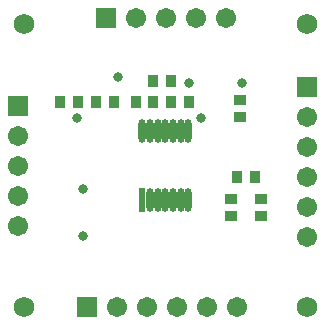
<source format=gts>
G04*
G04 #@! TF.GenerationSoftware,Altium Limited,Altium Designer,18.0.7 (293)*
G04*
G04 Layer_Color=8388736*
%FSLAX25Y25*%
%MOIN*%
G70*
G01*
G75*
%ADD19R,0.03556X0.04343*%
%ADD20R,0.04343X0.03556*%
%ADD21R,0.02375X0.07887*%
%ADD22O,0.02375X0.07887*%
%ADD23C,0.06800*%
%ADD24R,0.06706X0.06706*%
%ADD25C,0.06706*%
%ADD26R,0.06706X0.06706*%
%ADD27C,0.03200*%
D19*
X83000Y55000D02*
D03*
X88906D02*
D03*
X60953Y80000D02*
D03*
X66858D02*
D03*
X55000D02*
D03*
X49095D02*
D03*
X36047Y80000D02*
D03*
X41953D02*
D03*
X24047Y80000D02*
D03*
X29953D02*
D03*
X55047Y87000D02*
D03*
X60953D02*
D03*
D20*
X84000Y80953D02*
D03*
Y75047D02*
D03*
X91000Y42047D02*
D03*
Y47953D02*
D03*
X81000Y47953D02*
D03*
Y42047D02*
D03*
D21*
X51378Y47638D02*
D03*
D22*
X53937D02*
D03*
X56496D02*
D03*
X59055D02*
D03*
X61614D02*
D03*
X64173D02*
D03*
X66732D02*
D03*
X51378Y70473D02*
D03*
X53937D02*
D03*
X56496D02*
D03*
X59055D02*
D03*
X61614D02*
D03*
X64173D02*
D03*
X66732D02*
D03*
D23*
X11811Y106299D02*
D03*
X106299D02*
D03*
Y11811D02*
D03*
X11811D02*
D03*
D24*
X39213Y108268D02*
D03*
X32992Y11811D02*
D03*
D25*
X49213Y108268D02*
D03*
X59213D02*
D03*
X69213D02*
D03*
X79213D02*
D03*
X42992Y11811D02*
D03*
X52992D02*
D03*
X62992D02*
D03*
X72992D02*
D03*
X82992D02*
D03*
X106299Y35118D02*
D03*
Y45118D02*
D03*
Y55118D02*
D03*
Y65118D02*
D03*
Y75118D02*
D03*
X9843Y38898D02*
D03*
Y48898D02*
D03*
Y58898D02*
D03*
Y68898D02*
D03*
D26*
X106299Y85118D02*
D03*
X9843Y78898D02*
D03*
D27*
X43307Y88583D02*
D03*
X31496Y35433D02*
D03*
Y51181D02*
D03*
X84646Y86614D02*
D03*
X66929D02*
D03*
X70866Y74803D02*
D03*
X29528D02*
D03*
M02*

</source>
